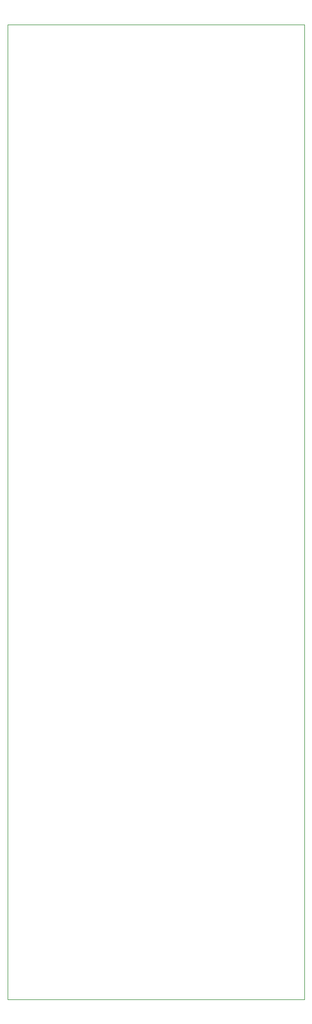
<source format=gm1>
G04 #@! TF.GenerationSoftware,KiCad,Pcbnew,6.0.2-378541a8eb~116~ubuntu20.04.1*
G04 #@! TF.CreationDate,2022-03-12T15:31:06-05:00*
G04 #@! TF.ProjectId,irinput_b1,6972696e-7075-4745-9f62-312e6b696361,rev?*
G04 #@! TF.SameCoordinates,Original*
G04 #@! TF.FileFunction,Profile,NP*
%FSLAX46Y46*%
G04 Gerber Fmt 4.6, Leading zero omitted, Abs format (unit mm)*
G04 Created by KiCad (PCBNEW 6.0.2-378541a8eb~116~ubuntu20.04.1) date 2022-03-12 15:31:06*
%MOMM*%
%LPD*%
G01*
G04 APERTURE LIST*
G04 #@! TA.AperFunction,Profile*
%ADD10C,0.100000*%
G04 #@! TD*
G04 APERTURE END LIST*
D10*
X126999000Y-24500000D02*
X173000956Y-24499709D01*
X173000956Y-24499709D02*
X173000290Y-175500956D01*
X173000290Y-175500956D02*
X126999043Y-175500290D01*
X126999043Y-175500290D02*
X126999000Y-24500000D01*
M02*

</source>
